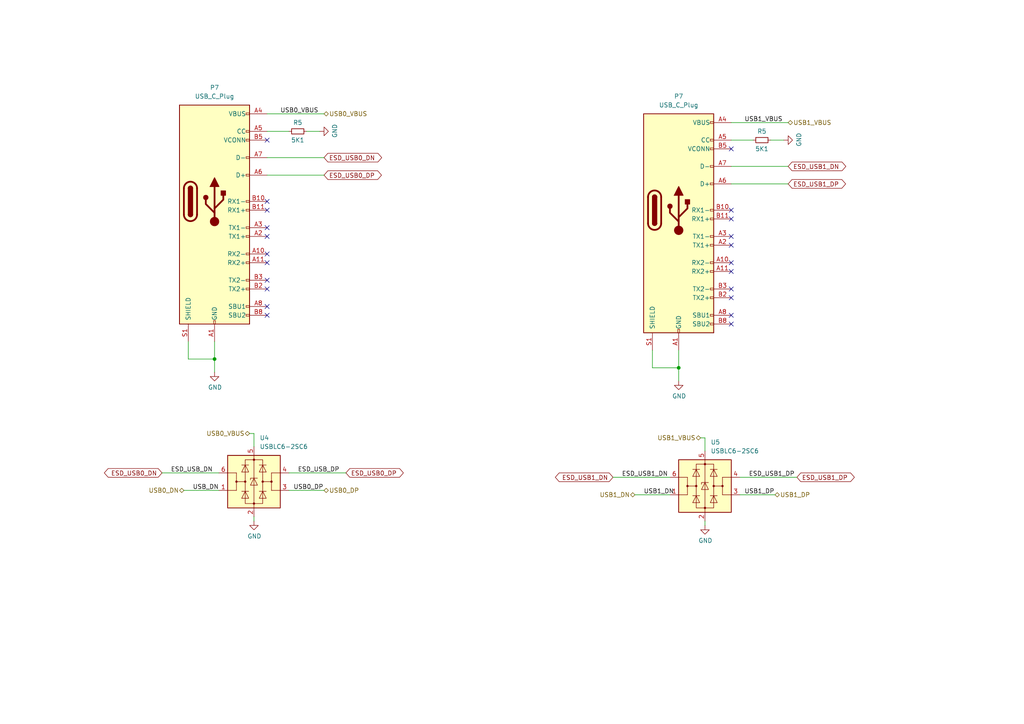
<source format=kicad_sch>
(kicad_sch (version 20230121) (generator eeschema)
  (paper "A4")
  (lib_symbols
    (symbol "Connector:USB_C_Plug" (pin_names (offset 1.016))
      (property "Reference" "P" (at -10.16 29.21 0))
      (property "Value" "USB_C_Plug" (at 10.16 29.21 0))
      (symbol "USB_C_Plug_0_0"
        (rectangle (start -0.254 -35.56) (end 0.254 -34.544))
        (rectangle (start 10.16 -32.766) (end 9.144 -33.274))
        (rectangle (start 10.16 -30.226) (end 9.144 -30.734))
        (rectangle (start 10.16 -25.146) (end 9.144 -25.654))
        (rectangle (start 10.16 -22.606) (end 9.144 -23.114))
        (rectangle (start 10.16 -17.526) (end 9.144 -18.034))
        (rectangle (start 10.16 -14.986) (end 9.144 -15.494))
        (rectangle (start 10.16 -9.906) (end 9.144 -10.414))
        (rectangle (start 10.16 -7.366) (end 9.144 -7.874))
        (rectangle (start 10.16 -2.286) (end 9.144 -2.794))
        (rectangle (start 10.16 0.254) (end 9.144 -0.254))
        (rectangle (start 10.16 7.874) (end 9.144 7.366))
        (rectangle (start 10.16 12.954) (end 9.144 12.446))
        (rectangle (start 10.16 18.034) (end 9.144 17.526))
        (rectangle (start 10.16 20.574) (end 9.144 20.066))
        (rectangle (start 10.16 25.654) (end 9.144 25.146))
      )
      (symbol "USB_C_Plug_0_1"
        (rectangle (start -10.16 27.94) (end 10.16 -35.56) (stroke (width 0.254)) (fill (type background)))
        (arc (start -8.89 -3.81) (mid -6.985 -5.7067) (end -5.08 -3.81) (stroke (width 0.508)))
        (arc (start -7.62 -3.81) (mid -6.985 -4.4423) (end -6.35 -3.81) (stroke (width 0.254)))
        (arc (start -7.62 -3.81) (mid -6.985 -4.4423) (end -6.35 -3.81) (stroke (width 0.254)) (fill (type outline)))
        (rectangle (start -7.62 -3.81) (end -6.35 3.81) (stroke (width 0.254)) (fill (type outline)))
        (arc (start -6.35 3.81) (mid -6.985 4.4423) (end -7.62 3.81) (stroke (width 0.254)))
        (arc (start -6.35 3.81) (mid -6.985 4.4423) (end -7.62 3.81) (stroke (width 0.254)) (fill (type outline)))
        (arc (start -5.08 3.81) (mid -6.985 5.7067) (end -8.89 3.81) (stroke (width 0.508)))
        (polyline (pts (xy -8.89 -3.81) (xy -8.89 3.81)) (stroke (width 0.508)))
        (polyline (pts (xy -5.08 3.81) (xy -5.08 -3.81)) (stroke (width 0.508)))
      )
      (symbol "USB_C_Plug_1_1"
        (circle (center -2.54 1.143) (radius 0.635) (stroke (width 0.254)) (fill (type outline)))
        (circle (center 0 -5.842) (radius 1.27) (fill (type outline)))
        (polyline (pts (xy 0 -5.842) (xy 0 4.318)) (stroke (width 0.508)))
        (polyline (pts (xy 0 -3.302) (xy -2.54 -0.762) (xy -2.54 0.508)) (stroke (width 0.508)))
        (polyline (pts (xy 0 -2.032) (xy 2.54 0.508) (xy 2.54 1.778)) (stroke (width 0.508)))
        (polyline (pts (xy -1.27 4.318) (xy 0 6.858) (xy 1.27 4.318) (xy -1.27 4.318)) (stroke (width 0.254)) (fill (type outline)))
        (rectangle (start 1.905 1.778) (end 3.175 3.048) (stroke (width 0.254)) (fill (type outline)))
        (pin passive line (at 0 -40.64 90) (length 5.08) (name "GND") (number "A1"))
        (pin bidirectional line (at 15.24 -15.24 180) (length 5.08) (name "RX2-") (number "A10"))
        (pin bidirectional line (at 15.24 -17.78 180) (length 5.08) (name "RX2+") (number "A11"))
        (pin passive line (at 0 -40.64 90) (length 5.08) hide (name "GND") (number "A12"))
        (pin bidirectional line (at 15.24 -10.16 180) (length 5.08) (name "TX1+") (number "A2"))
        (pin bidirectional line (at 15.24 -7.62 180) (length 5.08) (name "TX1-") (number "A3"))
        (pin passive line (at 15.24 25.4 180) (length 5.08) (name "VBUS") (number "A4"))
        (pin bidirectional line (at 15.24 20.32 180) (length 5.08) (name "CC") (number "A5"))
        (pin bidirectional line (at 15.24 7.62 180) (length 5.08) (name "D+") (number "A6"))
        (pin bidirectional line (at 15.24 12.7 180) (length 5.08) (name "D-") (number "A7"))
        (pin bidirectional line (at 15.24 -30.48 180) (length 5.08) (name "SBU1") (number "A8"))
        (pin passive line (at 15.24 25.4 180) (length 5.08) hide (name "VBUS") (number "A9"))
        (pin passive line (at 0 -40.64 90) (length 5.08) hide (name "GND") (number "B1"))
        (pin bidirectional line (at 15.24 0 180) (length 5.08) (name "RX1-") (number "B10"))
        (pin bidirectional line (at 15.24 -2.54 180) (length 5.08) (name "RX1+") (number "B11"))
        (pin passive line (at 0 -40.64 90) (length 5.08) hide (name "GND") (number "B12"))
        (pin bidirectional line (at 15.24 -25.4 180) (length 5.08) (name "TX2+") (number "B2"))
        (pin bidirectional line (at 15.24 -22.86 180) (length 5.08) (name "TX2-") (number "B3"))
        (pin passive line (at 15.24 25.4 180) (length 5.08) hide (name "VBUS") (number "B4"))
        (pin bidirectional line (at 15.24 17.78 180) (length 5.08) (name "VCONN") (number "B5"))
        (pin bidirectional line (at 15.24 -33.02 180) (length 5.08) (name "SBU2") (number "B8"))
        (pin passive line (at 15.24 25.4 180) (length 5.08) hide (name "VBUS") (number "B9"))
        (pin passive line (at -7.62 -40.64 90) (length 5.08) (name "SHIELD") (number "S1"))
      )
    )
    (symbol "Device:R_Small" (pin_numbers hide) (pin_names (offset 0.254) hide)
      (property "Reference" "R" (at 0.762 0.508 0))
      (property "Value" "R_Small" (at 0.762 -1.016 0))
      (symbol "R_Small_0_1"
        (rectangle (start -0.762 1.778) (end 0.762 -1.778) (stroke (width 0.2032)))
      )
      (symbol "R_Small_1_1"
        (pin passive line (at 0 2.54 270) (length 0.762) (name "~") (number "1"))
        (pin passive line (at 0 -2.54 90) (length 0.762) (name "~") (number "2"))
      )
    )
    (symbol "Power_Protection:USBLC6-2SC6" (pin_names hide)
      (property "Reference" "U" (at 2.54 8.89 0))
      (property "Value" "USBLC6-2SC6" (at 2.54 -8.89 0))
      (symbol "USBLC6-2SC6_0_1"
        (rectangle (start -7.62 -7.62) (end 7.62 7.62) (stroke (width 0.254)) (fill (type background)))
        (circle (center -5.08 0) (radius 0.254) (fill (type outline)))
        (circle (center -2.54 0) (radius 0.254) (fill (type outline)))
        (rectangle (start -2.54 6.35) (end 2.54 -6.35))
        (circle (center 0 -6.35) (radius 0.254) (fill (type outline)))
        (polyline (pts (xy -5.08 -2.54) (xy -7.62 -2.54)))
        (polyline (pts (xy -5.08 0) (xy -5.08 -2.54)))
        (polyline (pts (xy -5.08 2.54) (xy -7.62 2.54)))
        (polyline (pts (xy -1.524 -2.794) (xy -3.556 -2.794)))
        (polyline (pts (xy -1.524 4.826) (xy -3.556 4.826)))
        (polyline (pts (xy 0 -7.62) (xy 0 -6.35)))
        (polyline (pts (xy 0 -6.35) (xy 0 1.27)))
        (polyline (pts (xy 0 1.27) (xy 0 6.35)))
        (polyline (pts (xy 0 6.35) (xy 0 7.62)))
        (polyline (pts (xy 1.524 -2.794) (xy 3.556 -2.794)))
        (polyline (pts (xy 1.524 4.826) (xy 3.556 4.826)))
        (polyline (pts (xy 5.08 -2.54) (xy 7.62 -2.54)))
        (polyline (pts (xy 5.08 0) (xy 5.08 -2.54)))
        (polyline (pts (xy 5.08 2.54) (xy 7.62 2.54)))
        (polyline (pts (xy -2.54 0) (xy -5.08 0) (xy -5.08 2.54)))
        (polyline (pts (xy 2.54 0) (xy 5.08 0) (xy 5.08 2.54)))
        (polyline (pts (xy -3.556 -4.826) (xy -1.524 -4.826) (xy -2.54 -2.794) (xy -3.556 -4.826)))
        (polyline (pts (xy -3.556 2.794) (xy -1.524 2.794) (xy -2.54 4.826) (xy -3.556 2.794)))
        (polyline (pts (xy -1.016 -1.016) (xy 1.016 -1.016) (xy 0 1.016) (xy -1.016 -1.016)))
        (polyline (pts (xy 1.016 1.016) (xy 0.762 1.016) (xy -1.016 1.016) (xy -1.016 0.508)))
        (polyline (pts (xy 3.556 -4.826) (xy 1.524 -4.826) (xy 2.54 -2.794) (xy 3.556 -4.826)))
        (polyline (pts (xy 3.556 2.794) (xy 1.524 2.794) (xy 2.54 4.826) (xy 3.556 2.794)))
        (circle (center 0 6.35) (radius 0.254) (fill (type outline)))
        (circle (center 2.54 0) (radius 0.254) (fill (type outline)))
        (circle (center 5.08 0) (radius 0.254) (fill (type outline)))
      )
      (symbol "USBLC6-2SC6_1_1"
        (pin passive line (at -10.16 -2.54 0) (length 2.54) (name "I/O1") (number "1"))
        (pin passive line (at 0 -10.16 90) (length 2.54) (name "GND") (number "2"))
        (pin passive line (at 10.16 -2.54 180) (length 2.54) (name "I/O2") (number "3"))
        (pin passive line (at 10.16 2.54 180) (length 2.54) (name "I/O2") (number "4"))
        (pin passive line (at 0 10.16 270) (length 2.54) (name "VBUS") (number "5"))
        (pin passive line (at -10.16 2.54 0) (length 2.54) (name "I/O1") (number "6"))
      )
    )
    (symbol "power:GND" (power) (pin_names (offset 0))
      (property "Value" "GND" (at 0 -3.81 0))
      (symbol "GND_0_1"
        (polyline (pts (xy 0 0) (xy 0 -1.27) (xy 1.27 -1.27) (xy 0 -2.54) (xy -1.27 -1.27) (xy 0 -1.27)))
      )
      (symbol "GND_1_1"
        (pin power_in line (at 0 0 270) (length 0) hide (name "GND") (number "1"))
      )
    )
  )
  (junction (at 196.85 106.68))
  (junction (at 62.23 104.14))
  (no_connect (at 77.47 60.96))
  (no_connect (at 77.47 83.82))
  (no_connect (at 77.47 66.04))
  (no_connect (at 212.09 63.5))
  (no_connect (at 212.09 71.12))
  (no_connect (at 77.47 68.58))
  (no_connect (at 212.09 91.44))
  (no_connect (at 212.09 43.18))
  (no_connect (at 77.47 58.42))
  (no_connect (at 77.47 81.28))
  (no_connect (at 77.47 88.9))
  (no_connect (at 212.09 76.2))
  (no_connect (at 77.47 76.2))
  (no_connect (at 212.09 93.98))
  (no_connect (at 212.09 60.96))
  (no_connect (at 77.47 40.64))
  (no_connect (at 212.09 78.74))
  (no_connect (at 77.47 91.44))
  (no_connect (at 212.09 86.36))
  (no_connect (at 212.09 83.82))
  (no_connect (at 77.47 73.66))
  (no_connect (at 212.09 68.58))
  (wire (pts (xy 212.09 40.64) (xy 218.44 40.64)))
  (wire (pts (xy 46.99 137.16) (xy 63.5 137.16)))
  (wire (pts (xy 212.09 53.34) (xy 228.6 53.34)))
  (wire (pts (xy 204.47 127) (xy 203.2 127)))
  (wire (pts (xy 53.34 142.24) (xy 63.5 142.24)))
  (wire (pts (xy 62.23 104.14) (xy 62.23 107.95)))
  (wire (pts (xy 196.85 101.6) (xy 196.85 106.68)))
  (wire (pts (xy 73.66 149.86) (xy 73.66 151.13)))
  (wire (pts (xy 212.09 48.26) (xy 228.6 48.26)))
  (wire (pts (xy 88.9 38.1) (xy 92.71 38.1)))
  (wire (pts (xy 189.23 106.68) (xy 196.85 106.68)))
  (wire (pts (xy 204.47 130.81) (xy 204.47 127)))
  (wire (pts (xy 73.66 129.54) (xy 73.66 125.73)))
  (wire (pts (xy 223.52 40.64) (xy 227.33 40.64)))
  (wire (pts (xy 214.63 138.43) (xy 231.14 138.43)))
  (wire (pts (xy 214.63 143.51) (xy 224.79 143.51)))
  (wire (pts (xy 54.61 104.14) (xy 62.23 104.14)))
  (wire (pts (xy 212.09 35.56) (xy 228.6 35.56)))
  (wire (pts (xy 77.47 33.02) (xy 93.98 33.02)))
  (wire (pts (xy 77.47 50.8) (xy 93.98 50.8)))
  (wire (pts (xy 77.47 38.1) (xy 83.82 38.1)))
  (wire (pts (xy 62.23 99.06) (xy 62.23 104.14)))
  (wire (pts (xy 54.61 99.06) (xy 54.61 104.14)))
  (wire (pts (xy 77.47 45.72) (xy 93.98 45.72)))
  (wire (pts (xy 83.82 137.16) (xy 100.33 137.16)))
  (wire (pts (xy 196.85 106.68) (xy 196.85 110.49)))
  (wire (pts (xy 184.15 143.51) (xy 194.31 143.51)))
  (wire (pts (xy 204.47 151.13) (xy 204.47 152.4)))
  (wire (pts (xy 177.8 138.43) (xy 194.31 138.43)))
  (wire (pts (xy 189.23 101.6) (xy 189.23 106.68)))
  (wire (pts (xy 83.82 142.24) (xy 93.98 142.24)))
  (wire (pts (xy 73.66 125.73) (xy 72.39 125.73)))
  (label "USB0_DP" (at 85.09 142.24 0))
  (label "ESD_USB1_DP" (at 217.17 138.43 0))
  (label "USB1_DN" (at 186.69 143.51 0))
  (label "USB0_VBUS" (at 81.28 33.02 0))
  (label "USB1_DP" (at 215.9 143.51 0))
  (label "USB1_VBUS" (at 215.9 35.56 0))
  (label "ESD_USB1_DN" (at 180.34 138.43 0))
  (label "USB_DN" (at 55.88 142.24 0))
  (label "ESD_USB_DP" (at 86.36 137.16 0))
  (label "ESD_USB_DN" (at 49.53 137.16 0))
  (global_label "ESD_USB1_DN" (shape bidirectional) (at 228.6 48.26 0) (property "Intersheetrefs" "${INTERSHEET_REFS}" (effects hide)))
  (global_label "ESD_USB0_DN" (shape bidirectional) (at 93.98 45.72 0) (property "Intersheetrefs" "${INTERSHEET_REFS}" (effects hide)))
  (global_label "ESD_USB0_DP" (shape bidirectional) (at 100.33 137.16 0) (property "Intersheetrefs" "${INTERSHEET_REFS}" (effects hide)))
  (global_label "ESD_USB1_DN" (shape bidirectional) (at 177.8 138.43 180) (property "Intersheetrefs" "${INTERSHEET_REFS}" (effects hide)))
  (global_label "ESD_USB1_DP" (shape bidirectional) (at 231.14 138.43 0) (property "Intersheetrefs" "${INTERSHEET_REFS}" (effects hide)))
  (global_label "ESD_USB0_DP" (shape bidirectional) (at 93.98 50.8 0) (property "Intersheetrefs" "${INTERSHEET_REFS}" (effects hide)))
  (global_label "ESD_USB1_DP" (shape bidirectional) (at 228.6 53.34 0) (property "Intersheetrefs" "${INTERSHEET_REFS}" (effects hide)))
  (global_label "ESD_USB0_DN" (shape bidirectional) (at 46.99 137.16 180) (property "Intersheetrefs" "${INTERSHEET_REFS}" (effects hide)))
  (hierarchical_label "USB1_DN" (shape bidirectional) (at 184.15 143.51 180))
  (hierarchical_label "USB0_DN" (shape bidirectional) (at 53.34 142.24 180))
  (hierarchical_label "USB0_VBUS" (shape bidirectional) (at 93.98 33.02 0))
  (hierarchical_label "USB1_DP" (shape bidirectional) (at 224.79 143.51 0))
  (hierarchical_label "USB0_DP" (shape bidirectional) (at 93.98 142.24 0))
  (hierarchical_label "USB1_VBUS" (shape bidirectional) (at 203.2 127 180))
  (hierarchical_label "USB0_VBUS" (shape bidirectional) (at 72.39 125.73 180))
  (hierarchical_label "USB1_VBUS" (shape bidirectional) (at 228.6 35.56 0))
  (symbol (lib_id "Device:R_Small") (at 86.36 38.1 270) (unit 1)
    (property "Reference" "R5" (at 86.36 35.56 90))
    (property "Value" "5K1" (at 86.36 40.64 90))
  )
  (symbol (lib_id "power:GND") (at 227.33 40.64 90) (unit 1)
    (property "Reference" "#PWR047" (effects hide))
    (property "Value" "GND" (at 231.7242 40.513 0))
    (instances (project "hermes_v1" (path "" (reference "#PWR047") (unit 1))) (project "m2-carrier" (path "" (reference "#PWR023") (unit 1)) (path "" (reference "#PWR029") (unit 1))))
  )
  (symbol (lib_id "Power_Protection:USBLC6-2SC6") (at 204.47 140.97 0) (unit 1)
    (property "Reference" "U5" (at 206.1211 128.27 0) (effects (justify left)))
    (property "Value" "USBLC6-2SC6" (at 206.1211 130.81 0) (effects (justify left)))
    (property "Footprint" "Package_TO_SOT_SMD:SOT-23-6" (effects hide))
    (property "Datasheet" "https://www.st.com/resource/en/datasheet/usblc6-2.pdf" (effects hide))
  )
  (symbol (lib_id "Power_Protection:USBLC6-2SC6") (at 73.66 139.7 0) (unit 1)
    (property "Reference" "U4" (at 75.3111 127 0) (effects (justify left)))
    (property "Value" "USBLC6-2SC6" (at 75.3111 129.54 0) (effects (justify left)))
    (property "Footprint" "Package_TO_SOT_SMD:SOT-23-6" (effects hide))
    (property "Datasheet" "https://www.st.com/resource/en/datasheet/usblc6-2.pdf" (effects hide))
  )
  (symbol (lib_id "power:GND") (at 62.23 107.95 0) (unit 1)
    (property "Reference" "#PWR047" (effects hide))
    (property "Value" "GND" (at 62.357 112.3442 0))
    (instances (project "hermes_v1" (path "" (reference "#PWR047") (unit 1))) (project "m2-carrier" (path "" (reference "#PWR021") (unit 1)) (path "" (reference "#PWR021") (unit 1))))
  )
  (symbol (lib_id "power:GND") (at 73.66 151.13 0) (unit 1)
    (property "Reference" "#PWR040" (effects hide))
    (property "Value" "GND" (at 73.787 155.5242 0))
    (instances (project "hermes_v1" (path "" (reference "#PWR040") (unit 1))) (project "m2-carrier" (path "" (reference "#PWR022") (unit 1)) (path "" (reference "#PWR023") (unit 1))))
  )
  (symbol (lib_id "power:GND") (at 196.85 110.49 0) (unit 1)
    (property "Reference" "#PWR047" (effects hide))
    (property "Value" "GND" (at 196.977 114.8842 0))
    (instances (project "hermes_v1" (path "" (reference "#PWR047") (unit 1))) (project "m2-carrier" (path "" (reference "#PWR021") (unit 1)) (path "" (reference "#PWR028") (unit 1))))
  )
  (symbol (lib_id "Connector:USB_C_Plug") (at 196.85 60.96 0) (unit 1)
    (property "Reference" "P7" (at 196.85 27.94 0))
    (property "Value" "USB_C_Plug" (at 196.85 30.48 0))
    (property "Datasheet" "https://www.usb.org/sites/default/files/documents/usb_type-c.zip" (effects hide))
    (instances (project "m2-carrier" (path "" (reference "P7") (unit 1)) (path "" (reference "P8") (unit 1))))
  )
  (symbol (lib_id "Device:R_Small") (at 220.98 40.64 270) (unit 1)
    (property "Reference" "R5" (at 220.98 38.1 90))
    (property "Value" "5K1" (at 220.98 43.18 90))
    (instances (project "m2-carrier" (path "" (reference "R5") (unit 1)) (path "" (reference "R12") (unit 1))))
  )
  (symbol (lib_id "power:GND") (at 204.47 152.4 0) (unit 1)
    (property "Reference" "#PWR040" (effects hide))
    (property "Value" "GND" (at 204.597 156.7942 0))
    (instances (project "hermes_v1" (path "" (reference "#PWR040") (unit 1))) (project "m2-carrier" (path "" (reference "#PWR022") (unit 1)) (path "" (reference "#PWR030") (unit 1))))
  )
  (symbol (lib_id "Connector:USB_C_Plug") (at 62.23 58.42 0) (unit 1)
    (property "Reference" "P7" (at 62.23 25.4 0))
    (property "Value" "USB_C_Plug" (at 62.23 27.94 0))
    (property "Datasheet" "https://www.usb.org/sites/default/files/documents/usb_type-c.zip" (effects hide))
  )
  (symbol (lib_id "power:GND") (at 92.71 38.1 90) (unit 1)
    (property "Reference" "#PWR047" (effects hide))
    (property "Value" "GND" (at 97.1042 37.973 0))
    (instances (project "hermes_v1" (path "" (reference "#PWR047") (unit 1))) (project "m2-carrier" (path "" (reference "#PWR023") (unit 1)) (path "" (reference "#PWR022") (unit 1))))
  )
)
</source>
